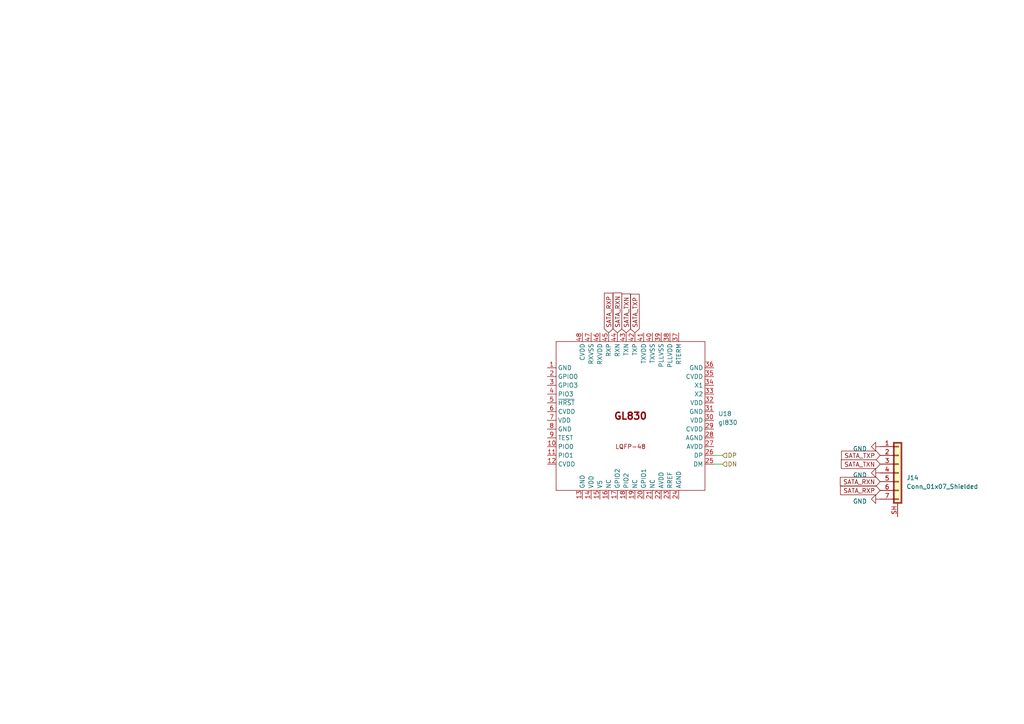
<source format=kicad_sch>
(kicad_sch (version 20210406) (generator eeschema)
  (paper "A4")
  (lib_symbols
    (symbol "Connector_Generic_Shielded:Conn_01x07_Shielded" (pin_names (offset 1.016) hide)
      (property "Reference" "J" (at 0.254 9.906 0))
      (property "Value" "Conn_01x07_Shielded" (at 1.016 -9.906 0))
      (symbol "Conn_01x07_Shielded_1_1"
        (rectangle (start -1.27 8.89) (end 1.27 -8.89) (stroke (width 0.1524)))
        (rectangle (start -1.016 -7.493) (end 0.254 -7.747) (stroke (width 0.1524)))
        (rectangle (start -1.016 -4.953) (end 0.254 -5.207) (stroke (width 0.1524)))
        (rectangle (start -1.016 -2.413) (end 0.254 -2.667) (stroke (width 0.1524)))
        (rectangle (start -1.016 0.127) (end 0.254 -0.127) (stroke (width 0.1524)))
        (rectangle (start -1.016 2.667) (end 0.254 2.413) (stroke (width 0.1524)))
        (rectangle (start -1.016 5.207) (end 0.254 4.953) (stroke (width 0.1524)))
        (rectangle (start -1.016 7.747) (end 0.254 7.493) (stroke (width 0.1524)))
        (rectangle (start -1.016 8.636) (end 1.016 -8.636) (stroke (width 0.254)) (fill (type background)))
        (pin passive line (at -5.08 7.62 0) (length 4.064) (name "Pin_1") (number "1"))
        (pin passive line (at -5.08 5.08 0) (length 4.064) (name "Pin_2") (number "2"))
        (pin passive line (at -5.08 2.54 0) (length 4.064) (name "Pin_3") (number "3"))
        (pin passive line (at -5.08 0 0) (length 4.064) (name "Pin_4") (number "4"))
        (pin passive line (at -5.08 -2.54 0) (length 4.064) (name "Pin_5") (number "5"))
        (pin passive line (at -5.08 -5.08 0) (length 4.064) (name "Pin_6") (number "6"))
        (pin passive line (at -5.08 -7.62 0) (length 4.064) (name "Pin_7") (number "7"))
        (pin passive line (at 0 -12.7 90) (length 3.81) (name "Shield") (number "SH"))
      )
    )
    (symbol "gl830:gl830"
      (property "Reference" "U" (at 20.32 -22.86 0))
      (property "Value" "gl830" (at -20.32 24.13 0))
      (symbol "gl830_0_0"
        (text "GL830" (at 0 0 0) (effects (font (size 2 2) bold)))
        (text "LQFP-48" (at 0 -8.89 0) (effects (font (size 1.27 1.27))))
      )
      (symbol "gl830_0_1"
        (rectangle (start 21.59 21.59) (end -21.59 -21.59) (stroke (width 0.1524)))
      )
      (symbol "gl830_1_1"
        (pin input line (at -24.13 13.97 0) (length 2.54) (name "GND") (number "1"))
        (pin input line (at -24.13 -8.89 0) (length 2.54) (name "PIO0") (number "10"))
        (pin input line (at -24.13 -11.43 0) (length 2.54) (name "PIO1") (number "11"))
        (pin input line (at -24.13 -13.97 0) (length 2.54) (name "CVDD") (number "12"))
        (pin input line (at -13.97 -24.13 90) (length 2.54) (name "GND") (number "13"))
        (pin input line (at -11.43 -24.13 90) (length 2.54) (name "VDD") (number "14"))
        (pin input line (at -8.89 -24.13 90) (length 2.54) (name "V5") (number "15"))
        (pin input line (at -6.35 -24.13 90) (length 2.54) (name "NC") (number "16"))
        (pin input line (at -3.81 -24.13 90) (length 2.54) (name "GPIO2") (number "17"))
        (pin input line (at -1.27 -24.13 90) (length 2.54) (name "PIO2") (number "18"))
        (pin input line (at 1.27 -24.13 90) (length 2.54) (name "NC") (number "19"))
        (pin input line (at -24.13 11.43 0) (length 2.54) (name "GPIO0") (number "2"))
        (pin input line (at 3.81 -24.13 90) (length 2.54) (name "GPIO1") (number "20"))
        (pin input line (at 6.35 -24.13 90) (length 2.54) (name "NC") (number "21"))
        (pin input line (at 8.89 -24.13 90) (length 2.54) (name "AVDD") (number "22"))
        (pin input line (at 11.43 -24.13 90) (length 2.54) (name "RREF") (number "23"))
        (pin input line (at 13.97 -24.13 90) (length 2.54) (name "AGND") (number "24"))
        (pin input line (at 24.13 -13.97 180) (length 2.54) (name "DM") (number "25"))
        (pin input line (at 24.13 -11.43 180) (length 2.54) (name "DP") (number "26"))
        (pin input line (at 24.13 -8.89 180) (length 2.54) (name "AVDD") (number "27"))
        (pin input line (at 24.13 -6.35 180) (length 2.54) (name "AGND") (number "28"))
        (pin input line (at 24.13 -3.81 180) (length 2.54) (name "CVDD") (number "29"))
        (pin input line (at -24.13 8.89 0) (length 2.54) (name "GPIO3") (number "3"))
        (pin input line (at 24.13 -1.27 180) (length 2.54) (name "VDD") (number "30"))
        (pin input line (at 24.13 1.27 180) (length 2.54) (name "GND") (number "31"))
        (pin input line (at 24.13 3.81 180) (length 2.54) (name "VDD") (number "32"))
        (pin input line (at 24.13 6.35 180) (length 2.54) (name "X2") (number "33"))
        (pin input line (at 24.13 8.89 180) (length 2.54) (name "X1") (number "34"))
        (pin input line (at 24.13 11.43 180) (length 2.54) (name "CVDD") (number "35"))
        (pin input line (at 24.13 13.97 180) (length 2.54) (name "GND") (number "36"))
        (pin input line (at 13.97 24.13 270) (length 2.54) (name "RTERM") (number "37"))
        (pin input line (at 11.43 24.13 270) (length 2.54) (name "PLLVDD") (number "38"))
        (pin input line (at 8.89 24.13 270) (length 2.54) (name "PLLVSS") (number "39"))
        (pin input line (at -24.13 6.35 0) (length 2.54) (name "PIO3") (number "4"))
        (pin input line (at 6.35 24.13 270) (length 2.54) (name "TXVSS") (number "40"))
        (pin input line (at 3.81 24.13 270) (length 2.54) (name "TXVDD") (number "41"))
        (pin input line (at 1.27 24.13 270) (length 2.54) (name "TXP") (number "42"))
        (pin input line (at -1.27 24.13 270) (length 2.54) (name "TXN") (number "43"))
        (pin input line (at -3.81 24.13 270) (length 2.54) (name "RXN") (number "44"))
        (pin input line (at -6.35 24.13 270) (length 2.54) (name "RXP") (number "45"))
        (pin input line (at -8.89 24.13 270) (length 2.54) (name "RXVDD") (number "46"))
        (pin input line (at -11.43 24.13 270) (length 2.54) (name "RXVSS") (number "47"))
        (pin input line (at -13.97 24.13 270) (length 2.54) (name "CVDD") (number "48"))
        (pin input line (at -24.13 3.81 0) (length 2.54) (name "~HRST") (number "5"))
        (pin input line (at -24.13 1.27 0) (length 2.54) (name "CVDD") (number "6"))
        (pin input line (at -24.13 -1.27 0) (length 2.54) (name "VDD") (number "7"))
        (pin input line (at -24.13 -3.81 0) (length 2.54) (name "GND") (number "8"))
        (pin input line (at -24.13 -6.35 0) (length 2.54) (name "TEST") (number "9"))
      )
    )
    (symbol "power:GND" (power) (pin_names (offset 0))
      (property "Value" "GND" (at 0 -3.81 0))
      (symbol "GND_0_1"
        (polyline (pts (xy 0 0) (xy 0 -1.27) (xy 1.27 -1.27) (xy 0 -2.54) (xy -1.27 -1.27) (xy 0 -1.27)))
      )
      (symbol "GND_1_1"
        (pin power_in line (at 0 0 270) (length 0) hide (name "GND") (number "1"))
      )
    )
  )
  (wire (pts (xy 207.01 134.62) (xy 209.55 134.62)))
  (wire (pts (xy 209.55 132.08) (xy 207.01 132.08)))
  (global_label "SATA_RXP" (shape input) (at 176.53 96.52 90) (property "Intersheet References" "${INTERSHEET_REFS}" (effects hide)))
  (global_label "SATA_RXN" (shape input) (at 179.07 96.52 90) (property "Intersheet References" "${INTERSHEET_REFS}" (effects hide)))
  (global_label "SATA_TXN" (shape input) (at 181.61 96.52 90) (property "Intersheet References" "${INTERSHEET_REFS}" (effects hide)))
  (global_label "SATA_TXP" (shape input) (at 184.15 96.52 90) (property "Intersheet References" "${INTERSHEET_REFS}" (effects hide)))
  (global_label "SATA_TXP" (shape input) (at 255.27 132.08 180) (property "Intersheet References" "${INTERSHEET_REFS}" (effects hide)))
  (global_label "SATA_TXN" (shape input) (at 255.27 134.62 180) (property "Intersheet References" "${INTERSHEET_REFS}" (effects hide)))
  (global_label "SATA_RXN" (shape input) (at 255.27 139.7 180) (property "Intersheet References" "${INTERSHEET_REFS}" (effects hide)))
  (global_label "SATA_RXP" (shape input) (at 255.27 142.24 180) (property "Intersheet References" "${INTERSHEET_REFS}" (effects hide)))
  (hierarchical_label "DP" (shape input) (at 209.55 132.08 0))
  (hierarchical_label "DN" (shape input) (at 209.55 134.62 0))
  (symbol (lib_id "power:GND") (at 255.27 129.54 270) (unit 1)
    (property "Reference" "#PWR0213" (effects hide))
    (property "Value" "GND" (at 251.46 130.1749 90) (effects (justify right)))
  )
  (symbol (lib_id "power:GND") (at 255.27 137.16 270) (unit 1)
    (property "Reference" "#PWR0211" (effects hide))
    (property "Value" "GND" (at 251.46 137.7949 90) (effects (justify right)))
  )
  (symbol (lib_id "power:GND") (at 255.27 144.78 270) (unit 1)
    (property "Reference" "#PWR0212" (effects hide))
    (property "Value" "GND" (at 251.46 145.4149 90) (effects (justify right)))
  )
  (symbol (lib_id "Connector_Generic_Shielded:Conn_01x07_Shielded") (at 260.35 137.16 0) (unit 1)
    (property "Reference" "J14" (at 262.89 138.5823 0) (effects (justify left)))
    (property "Value" "Conn_01x07_Shielded" (at 262.89 141.1223 0) (effects (justify left)))
    (property "Footprint" "sata:5607-5102-SH" (effects hide))
  )
  (symbol (lib_id "gl830:gl830") (at 182.88 120.65 0) (unit 1)
    (property "Reference" "U18" (at 208.28 120.0149 0) (effects (justify left)))
    (property "Value" "gl830" (at 208.28 122.5549 0) (effects (justify left)))
    (property "Footprint" "Package_QFP:LQFP-48_7x7mm_P0.5mm" (effects hide))
  )
)
</source>
